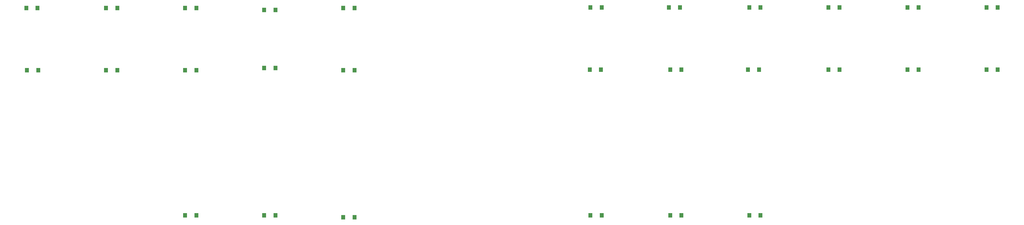
<source format=gbr>
G04 #@! TF.GenerationSoftware,KiCad,Pcbnew,7.0.11*
G04 #@! TF.CreationDate,2024-06-12T14:29:07-04:00*
G04 #@! TF.ProjectId,StenoBoard,5374656e-6f42-46f6-9172-642e6b696361,rev?*
G04 #@! TF.SameCoordinates,Original*
G04 #@! TF.FileFunction,Paste,Bot*
G04 #@! TF.FilePolarity,Positive*
%FSLAX46Y46*%
G04 Gerber Fmt 4.6, Leading zero omitted, Abs format (unit mm)*
G04 Created by KiCad (PCBNEW 7.0.11) date 2024-06-12 14:29:07*
%MOMM*%
%LPD*%
G01*
G04 APERTURE LIST*
%ADD10R,1.200000X1.400000*%
G04 APERTURE END LIST*
D10*
X105185000Y-123535000D03*
X108585000Y-123535000D03*
X277350000Y-104358000D03*
X280750000Y-104358000D03*
X253220000Y-167985000D03*
X256620000Y-167985000D03*
X228680000Y-123408000D03*
X232080000Y-123408000D03*
X56925000Y-123535000D03*
X60325000Y-123535000D03*
X105185000Y-167985000D03*
X108585000Y-167985000D03*
X253220000Y-123408000D03*
X256620000Y-123408000D03*
X301480000Y-123408000D03*
X304880000Y-123408000D03*
X129315000Y-105120000D03*
X132715000Y-105120000D03*
X325610000Y-104358000D03*
X329010000Y-104358000D03*
X129315000Y-122900000D03*
X132715000Y-122900000D03*
X277350000Y-167985000D03*
X280750000Y-167985000D03*
X228885000Y-167985000D03*
X232285000Y-167985000D03*
X276940000Y-123408000D03*
X280340000Y-123408000D03*
X301480000Y-104358000D03*
X304880000Y-104358000D03*
X349740000Y-123408000D03*
X353140000Y-123408000D03*
X325610000Y-123408000D03*
X329010000Y-123408000D03*
X153445000Y-168620000D03*
X156845000Y-168620000D03*
X153445000Y-104485000D03*
X156845000Y-104485000D03*
X81055000Y-104485000D03*
X84455000Y-104485000D03*
X228885000Y-104358000D03*
X232285000Y-104358000D03*
X129315000Y-167985000D03*
X132715000Y-167985000D03*
X252810000Y-104358000D03*
X256210000Y-104358000D03*
X105185000Y-104485000D03*
X108585000Y-104485000D03*
X81055000Y-123535000D03*
X84455000Y-123535000D03*
X349740000Y-104358000D03*
X353140000Y-104358000D03*
X56720000Y-104485000D03*
X60120000Y-104485000D03*
X153445000Y-123535000D03*
X156845000Y-123535000D03*
M02*

</source>
